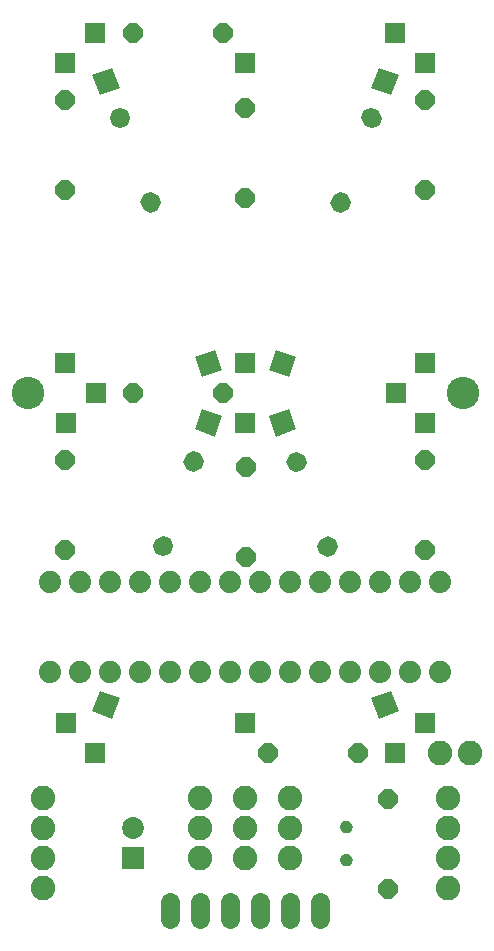
<source format=gts>
G75*
%MOIN*%
%OFA0B0*%
%FSLAX25Y25*%
%IPPOS*%
%LPD*%
%AMOC8*
5,1,8,0,0,1.08239X$1,22.5*
%
%ADD10C,0.10800*%
%ADD11R,0.07137X0.07137*%
%ADD12R,0.07137X0.07137*%
%ADD13OC8,0.06400*%
%ADD14C,0.01280*%
%ADD15C,0.07400*%
%ADD16C,0.08200*%
%ADD17C,0.00500*%
%ADD18R,0.07300X0.07300*%
%ADD19C,0.07300*%
%ADD20C,0.06400*%
D10*
X0026394Y0213933D03*
X0171394Y0213933D03*
D11*
X0158894Y0223933D03*
X0148944Y0213983D03*
X0158794Y0203833D03*
X0098844Y0203983D03*
X0098844Y0223933D03*
X0048944Y0213983D03*
X0038994Y0203933D03*
X0038894Y0223983D03*
X0038894Y0323983D03*
X0048894Y0333983D03*
X0098844Y0323933D03*
X0148894Y0333983D03*
X0158894Y0323933D03*
X0158794Y0103833D03*
X0148844Y0093933D03*
X0098844Y0103983D03*
X0048844Y0093933D03*
X0038994Y0103933D03*
D12*
G36*
X0047820Y0107816D02*
X0050261Y0114521D01*
X0056966Y0112080D01*
X0054525Y0105375D01*
X0047820Y0107816D01*
G37*
G36*
X0082022Y0201786D02*
X0084463Y0208491D01*
X0091168Y0206050D01*
X0088727Y0199345D01*
X0082022Y0201786D01*
G37*
G36*
X0084463Y0219075D02*
X0082022Y0225780D01*
X0088727Y0228221D01*
X0091168Y0221516D01*
X0084463Y0219075D01*
G37*
G36*
X0106620Y0221516D02*
X0109061Y0228221D01*
X0115766Y0225780D01*
X0113325Y0219075D01*
X0106620Y0221516D01*
G37*
G36*
X0109061Y0199345D02*
X0106620Y0206050D01*
X0113325Y0208491D01*
X0115766Y0201786D01*
X0109061Y0199345D01*
G37*
G36*
X0143263Y0105375D02*
X0140822Y0112080D01*
X0147527Y0114521D01*
X0149968Y0107816D01*
X0143263Y0105375D01*
G37*
G36*
X0140822Y0315486D02*
X0143263Y0322191D01*
X0149968Y0319750D01*
X0147527Y0313045D01*
X0140822Y0315486D01*
G37*
G36*
X0050261Y0313045D02*
X0047820Y0319750D01*
X0054525Y0322191D01*
X0056966Y0315486D01*
X0050261Y0313045D01*
G37*
D13*
X0038894Y0311433D03*
X0038894Y0281433D03*
X0061444Y0333883D03*
X0091444Y0333883D03*
X0098894Y0308933D03*
X0098894Y0278933D03*
X0091394Y0213933D03*
X0098994Y0189233D03*
X0098994Y0159233D03*
X0061394Y0213933D03*
X0038894Y0191433D03*
X0038894Y0161433D03*
X0106394Y0093933D03*
X0136394Y0093933D03*
X0146294Y0078633D03*
X0146294Y0048633D03*
X0158894Y0161433D03*
X0158894Y0191433D03*
X0158894Y0281433D03*
X0158894Y0311433D03*
D14*
X0142155Y0306931D02*
X0142795Y0307571D01*
X0143692Y0305648D01*
X0142967Y0303657D01*
X0141044Y0302760D01*
X0139053Y0303485D01*
X0138156Y0305408D01*
X0138881Y0307399D01*
X0140804Y0308296D01*
X0142795Y0307571D01*
X0142093Y0306805D01*
X0142653Y0305602D01*
X0142201Y0304359D01*
X0140998Y0303799D01*
X0139755Y0304251D01*
X0139195Y0305454D01*
X0139647Y0306697D01*
X0140850Y0307257D01*
X0142093Y0306805D01*
X0141391Y0306038D01*
X0141616Y0305558D01*
X0141434Y0305061D01*
X0140954Y0304836D01*
X0140457Y0305018D01*
X0140232Y0305498D01*
X0140414Y0305995D01*
X0140894Y0306220D01*
X0141391Y0306038D01*
X0131894Y0278741D02*
X0132534Y0279381D01*
X0133431Y0277458D01*
X0132706Y0275467D01*
X0130783Y0274570D01*
X0128792Y0275295D01*
X0127895Y0277218D01*
X0128620Y0279209D01*
X0130543Y0280106D01*
X0132534Y0279381D01*
X0131832Y0278615D01*
X0132392Y0277412D01*
X0131940Y0276169D01*
X0130737Y0275609D01*
X0129494Y0276061D01*
X0128934Y0277264D01*
X0129386Y0278507D01*
X0130589Y0279067D01*
X0131832Y0278615D01*
X0131130Y0277848D01*
X0131355Y0277368D01*
X0131173Y0276871D01*
X0130693Y0276646D01*
X0130196Y0276828D01*
X0129971Y0277308D01*
X0130153Y0277805D01*
X0130633Y0278030D01*
X0131130Y0277848D01*
X0115443Y0192956D02*
X0116083Y0193596D01*
X0118006Y0192699D01*
X0118731Y0190708D01*
X0117834Y0188785D01*
X0115843Y0188060D01*
X0113920Y0188957D01*
X0113195Y0190948D01*
X0114092Y0192871D01*
X0116083Y0193596D01*
X0116037Y0192557D01*
X0117240Y0191997D01*
X0117692Y0190754D01*
X0117132Y0189551D01*
X0115889Y0189099D01*
X0114686Y0189659D01*
X0114234Y0190902D01*
X0114794Y0192105D01*
X0116037Y0192557D01*
X0115993Y0191520D01*
X0116473Y0191295D01*
X0116655Y0190798D01*
X0116430Y0190318D01*
X0115933Y0190136D01*
X0115453Y0190361D01*
X0115271Y0190858D01*
X0115496Y0191338D01*
X0115993Y0191520D01*
X0125704Y0164766D02*
X0126344Y0165406D01*
X0128267Y0164509D01*
X0128992Y0162518D01*
X0128095Y0160595D01*
X0126104Y0159870D01*
X0124181Y0160767D01*
X0123456Y0162758D01*
X0124353Y0164681D01*
X0126344Y0165406D01*
X0126298Y0164367D01*
X0127501Y0163807D01*
X0127953Y0162564D01*
X0127393Y0161361D01*
X0126150Y0160909D01*
X0124947Y0161469D01*
X0124495Y0162712D01*
X0125055Y0163915D01*
X0126298Y0164367D01*
X0126254Y0163330D01*
X0126734Y0163105D01*
X0126916Y0162608D01*
X0126691Y0162128D01*
X0126194Y0161946D01*
X0125714Y0162171D01*
X0125532Y0162668D01*
X0125757Y0163148D01*
X0126254Y0163330D01*
X0082855Y0192431D02*
X0083495Y0193071D01*
X0084392Y0191148D01*
X0083667Y0189157D01*
X0081744Y0188260D01*
X0079753Y0188985D01*
X0078856Y0190908D01*
X0079581Y0192899D01*
X0081504Y0193796D01*
X0083495Y0193071D01*
X0082793Y0192305D01*
X0083353Y0191102D01*
X0082901Y0189859D01*
X0081698Y0189299D01*
X0080455Y0189751D01*
X0079895Y0190954D01*
X0080347Y0192197D01*
X0081550Y0192757D01*
X0082793Y0192305D01*
X0082091Y0191538D01*
X0082316Y0191058D01*
X0082134Y0190561D01*
X0081654Y0190336D01*
X0081157Y0190518D01*
X0080932Y0190998D01*
X0081114Y0191495D01*
X0081594Y0191720D01*
X0082091Y0191538D01*
X0072594Y0164241D02*
X0073234Y0164881D01*
X0074131Y0162958D01*
X0073406Y0160967D01*
X0071483Y0160070D01*
X0069492Y0160795D01*
X0068595Y0162718D01*
X0069320Y0164709D01*
X0071243Y0165606D01*
X0073234Y0164881D01*
X0072532Y0164115D01*
X0073092Y0162912D01*
X0072640Y0161669D01*
X0071437Y0161109D01*
X0070194Y0161561D01*
X0069634Y0162764D01*
X0070086Y0164007D01*
X0071289Y0164567D01*
X0072532Y0164115D01*
X0071830Y0163348D01*
X0072055Y0162868D01*
X0071873Y0162371D01*
X0071393Y0162146D01*
X0070896Y0162328D01*
X0070671Y0162808D01*
X0070853Y0163305D01*
X0071333Y0163530D01*
X0071830Y0163348D01*
X0066804Y0279466D02*
X0067444Y0280106D01*
X0069367Y0279209D01*
X0070092Y0277218D01*
X0069195Y0275295D01*
X0067204Y0274570D01*
X0065281Y0275467D01*
X0064556Y0277458D01*
X0065453Y0279381D01*
X0067444Y0280106D01*
X0067398Y0279067D01*
X0068601Y0278507D01*
X0069053Y0277264D01*
X0068493Y0276061D01*
X0067250Y0275609D01*
X0066047Y0276169D01*
X0065595Y0277412D01*
X0066155Y0278615D01*
X0067398Y0279067D01*
X0067354Y0278030D01*
X0067834Y0277805D01*
X0068016Y0277308D01*
X0067791Y0276828D01*
X0067294Y0276646D01*
X0066814Y0276871D01*
X0066632Y0277368D01*
X0066857Y0277848D01*
X0067354Y0278030D01*
X0056543Y0307656D02*
X0057183Y0308296D01*
X0059106Y0307399D01*
X0059831Y0305408D01*
X0058934Y0303485D01*
X0056943Y0302760D01*
X0055020Y0303657D01*
X0054295Y0305648D01*
X0055192Y0307571D01*
X0057183Y0308296D01*
X0057137Y0307257D01*
X0058340Y0306697D01*
X0058792Y0305454D01*
X0058232Y0304251D01*
X0056989Y0303799D01*
X0055786Y0304359D01*
X0055334Y0305602D01*
X0055894Y0306805D01*
X0057137Y0307257D01*
X0057093Y0306220D01*
X0057573Y0305995D01*
X0057755Y0305498D01*
X0057530Y0305018D01*
X0057033Y0304836D01*
X0056553Y0305061D01*
X0056371Y0305558D01*
X0056596Y0306038D01*
X0057093Y0306220D01*
D15*
X0053794Y0150733D03*
X0043794Y0150733D03*
X0033794Y0150733D03*
X0033794Y0120733D03*
X0043794Y0120733D03*
X0053794Y0120733D03*
X0063794Y0120733D03*
X0073794Y0120733D03*
X0083794Y0120733D03*
X0093794Y0120733D03*
X0103794Y0120733D03*
X0113794Y0120733D03*
X0123794Y0120733D03*
X0133794Y0120733D03*
X0143794Y0120733D03*
X0153794Y0120733D03*
X0163794Y0120733D03*
X0163794Y0150733D03*
X0153794Y0150733D03*
X0143794Y0150733D03*
X0133794Y0150733D03*
X0123794Y0150733D03*
X0113794Y0150733D03*
X0103794Y0150733D03*
X0093794Y0150733D03*
X0083794Y0150733D03*
X0073794Y0150733D03*
X0063794Y0150733D03*
D16*
X0031394Y0048933D03*
X0031394Y0058933D03*
X0031394Y0068933D03*
X0031394Y0078933D03*
X0083894Y0078933D03*
X0083894Y0068933D03*
X0083894Y0058933D03*
X0098894Y0058933D03*
X0098894Y0068933D03*
X0098894Y0078933D03*
X0113894Y0078933D03*
X0113894Y0068933D03*
X0113894Y0058933D03*
X0163894Y0093933D03*
X0166394Y0078933D03*
X0166394Y0068933D03*
X0166394Y0058933D03*
X0166394Y0048933D03*
X0173894Y0093933D03*
D17*
X0134076Y0070037D02*
X0134218Y0069661D01*
X0134273Y0069263D01*
X0134222Y0068870D01*
X0134085Y0068498D01*
X0133868Y0068166D01*
X0133584Y0067891D01*
X0133244Y0067685D01*
X0132868Y0067561D01*
X0132474Y0067523D01*
X0132090Y0067570D01*
X0131727Y0067700D01*
X0131401Y0067909D01*
X0131130Y0068184D01*
X0130928Y0068513D01*
X0130803Y0068879D01*
X0130763Y0069263D01*
X0130797Y0069645D01*
X0130915Y0070009D01*
X0131111Y0070338D01*
X0131376Y0070615D01*
X0131695Y0070826D01*
X0132054Y0070961D01*
X0132433Y0071013D01*
X0132834Y0070978D01*
X0133217Y0070855D01*
X0133562Y0070649D01*
X0133854Y0070372D01*
X0134076Y0070037D01*
X0133955Y0070220D02*
X0131041Y0070220D01*
X0130822Y0069722D02*
X0134195Y0069722D01*
X0134268Y0069223D02*
X0130768Y0069223D01*
X0130856Y0068725D02*
X0134169Y0068725D01*
X0133908Y0068226D02*
X0131105Y0068226D01*
X0131684Y0067728D02*
X0133314Y0067728D01*
X0133446Y0070719D02*
X0131533Y0070719D01*
X0132433Y0059993D02*
X0132054Y0059941D01*
X0131695Y0059806D01*
X0131376Y0059595D01*
X0131111Y0059318D01*
X0130915Y0058989D01*
X0130797Y0058624D01*
X0130763Y0058243D01*
X0130803Y0057859D01*
X0130928Y0057493D01*
X0131130Y0057164D01*
X0131401Y0056889D01*
X0131727Y0056680D01*
X0132090Y0056550D01*
X0132474Y0056503D01*
X0132868Y0056541D01*
X0133244Y0056665D01*
X0133584Y0056871D01*
X0133868Y0057146D01*
X0134085Y0057478D01*
X0134222Y0057850D01*
X0134273Y0058243D01*
X0134218Y0058641D01*
X0134076Y0059017D01*
X0133854Y0059352D01*
X0133562Y0059629D01*
X0133217Y0059835D01*
X0132834Y0059958D01*
X0132433Y0059993D01*
X0131613Y0059751D02*
X0133357Y0059751D01*
X0133920Y0059253D02*
X0131073Y0059253D01*
X0130839Y0058754D02*
X0134175Y0058754D01*
X0134271Y0058256D02*
X0130765Y0058256D01*
X0130838Y0057757D02*
X0134188Y0057757D01*
X0133942Y0057259D02*
X0131072Y0057259D01*
X0131602Y0056760D02*
X0133401Y0056760D01*
D18*
X0061394Y0059012D03*
D19*
X0061394Y0068854D03*
D20*
X0073894Y0044233D02*
X0073894Y0038633D01*
X0083894Y0038633D02*
X0083894Y0044233D01*
X0093894Y0044233D02*
X0093894Y0038633D01*
X0103894Y0038633D02*
X0103894Y0044233D01*
X0113894Y0044233D02*
X0113894Y0038633D01*
X0123894Y0038633D02*
X0123894Y0044233D01*
M02*

</source>
